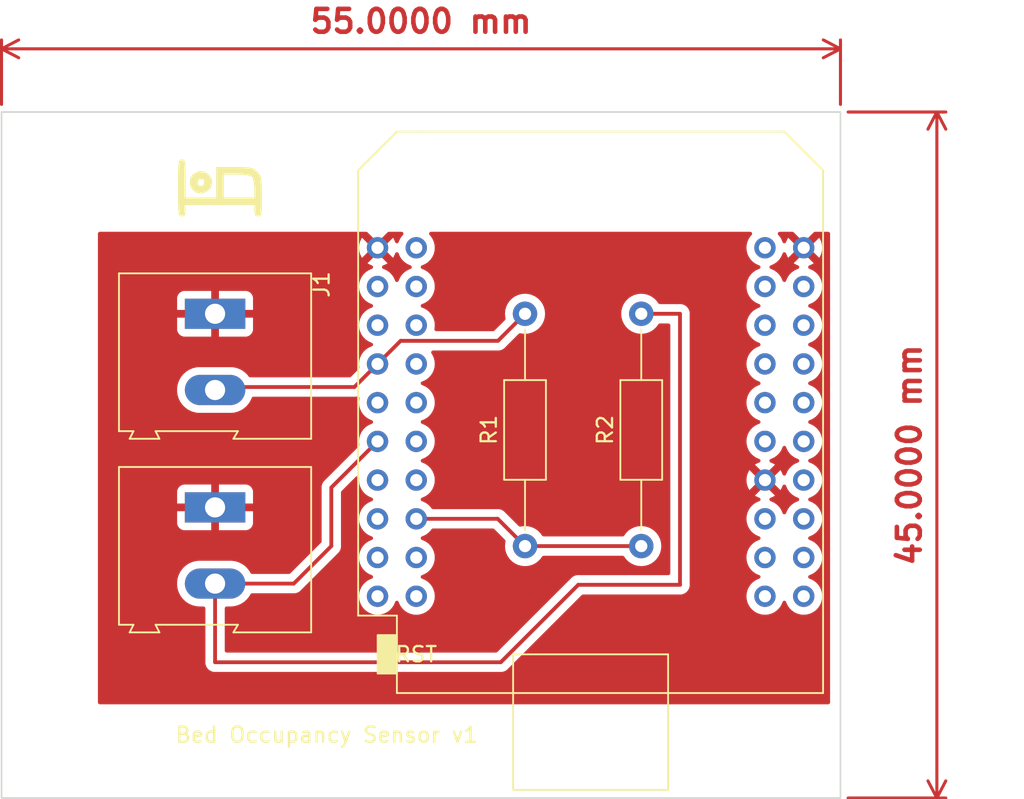
<source format=kicad_pcb>
(kicad_pcb (version 20211014) (generator pcbnew)
  (layers (0 "F.Cu" signal) (31 "B.Cu" signal) (34 "B.Paste" user) (35 "F.Paste" user) (36 "B.SilkS" user "B.Silkscreen") (37 "F.SilkS" user "F.Silkscreen") (38 "B.Mask" user) (39 "F.Mask" user) (44 "Edge.Cuts" user))
  (net 0 "")
  (net 35 "/GND")
  (net 36 "/SIDE_A")
  (net 37 "/SIDE_B")
  (net 38 "/+3V3")
  (footprint "_ADMIN:bed_symbol" (layer "F.Cu") (at 165 90)
    (fp_text reference "G***" hide)
    (fp_text value "LOGO" hide)
    (fp_poly (pts (xy -1.037238 -0.962879) (xy -0.719013 -0.771107) (xy -0.527173 -0.436584) (xy -0.500492 -0.228506) (xy -0.605715 0.134506) (xy -0.871072 0.384814) (xy -1.2211 0.493255) (xy -1.580335 0.430671) (xy -1.794893 0.271675) (xy -1.974749 -0.084499) (xy -1.97141 -0.21399) (xy -1.460531 -0.21399) (xy -1.36927 -0.039581) (xy -1.251231 0) (xy -1.090756 -0.091144) (xy -1.056809 -0.136025) (xy -1.042192 -0.326847) (xy -1.174575 -0.454872) (xy -1.356154 -0.439413) (xy -1.390477 -0.411296) (xy -1.460531 -0.21399) (xy -1.97141 -0.21399) (xy -1.964659 -0.475776) (xy -1.773152 -0.793908) (xy -1.411926 -0.980834)) (layer "F.SilkS") (width 0) (fill solid))
    (fp_poly (pts (xy -2.388566 -1.734551) (xy -2.315654 -1.652837) (xy -2.274668 -1.461287) (xy -2.256548 -1.114607) (xy -2.252237 -0.567504) (xy -2.252217 -0.500492) (xy -2.252217 0.750739) (xy -0.250246 0.750739) (xy 0.250246 0.750739) (xy 2.252217 0.750739) (xy 2.252217 0.150148) (xy 2.222615 -0.236448) (xy 2.147659 -0.526529) (xy 2.102069 -0.600591) (xy 1.895803 -0.682482) (xy 1.508054 -0.735684) (xy 1.101084 -0.750739) (xy 0.250246 -0.750739) (xy 0.250246 0.750739) (xy -0.250246 0.750739) (xy -0.250246 -1.251231) (xy 0.944111 -1.251231) (xy 1.509056 -1.246137) (xy 1.884012 -1.222646) (xy 2.129164 -1.16845) (xy 2.304695 -1.071237) (xy 2.445589 -0.944111) (xy 2.583343 -0.789345) (xy 2.672378 -0.619073) (xy 2.723237 -0.377454) (xy 2.746464 -0.008642) (xy 2.752604 0.543205) (xy 2.75271 0.68249) (xy 2.749597 1.270082) (xy 2.734676 1.651603) (xy 2.699574 1.871203) (xy 2.635918 1.973034) (xy 2.535333 2.001246) (xy 2.502463 2.001971) (xy 2.319291 1.942982) (xy 2.254799 1.723498) (xy 2.252217 1.626601) (xy 2.252217 1.251232) (xy -2.252217 1.251232) (xy -2.252217 1.626601) (xy -2.291542 1.90136) (xy -2.437865 1.998098) (xy -2.502463 2.001971) (xy -2.59864 1.989671) (xy -2.666408 1.927991) (xy -2.710724 1.779755) (xy -2.736544 1.50779) (xy -2.748825 1.07492) (xy -2.752523 0.443972) (xy -2.752709 0.125123) (xy -2.751069 -0.596204) (xy -2.742845 -1.104465) (xy -2.72308 -1.436833) (xy -2.686818 -1.630483) (xy -2.629102 -1.722589) (xy -2.544976 -1.750326) (xy -2.502463 -1.751724)) (layer "F.SilkS") (width 0) (fill solid))
  )
  (footprint "Resistor_THT:R_Axial_DIN0207_L6.3mm_D2.5mm_P15.24mm_Horizontal" (layer "F.Cu") (at 185 113.62 90)
    (fp_text reference "R1" (at 7.62 -2.37 90) (layer "F.SilkS"))
    (fp_text value "1MOhm")
    (fp_line (start 1.04 0) (end 4.35 0) (layer "F.SilkS") (width 0.12))
    (fp_line (start 10.89 1.37) (end 10.89 -1.37) (layer "F.SilkS") (width 0.12))
    (fp_line (start 10.89 -1.37) (end 4.35 -1.37) (layer "F.SilkS") (width 0.12))
    (fp_line (start 14.2 0) (end 10.89 0) (layer "F.SilkS") (width 0.12))
    (fp_line (start 4.35 1.37) (end 10.89 1.37) (layer "F.SilkS") (width 0.12))
    (fp_line (start 4.35 -1.37) (end 4.35 1.37) (layer "F.SilkS") (width 0.12))
    (pad "1" thru_hole circle (at 0 0 90) (size 1.6 1.6) (drill 0.8) (layers *.Cu *.Mask) (net 38 "/+3V3"))
    (pad "2" thru_hole oval (at 15.24 0 90) (size 1.6 1.6) (drill 0.8) (layers *.Cu *.Mask) (net 36 "/SIDE_A"))
  )
  (footprint "Resistor_THT:R_Axial_DIN0207_L6.3mm_D2.5mm_P15.24mm_Horizontal" (layer "F.Cu") (at 192.62 113.62 90)
    (fp_text reference "R2" (at 7.62 -2.37 90) (layer "F.SilkS"))
    (fp_text value "1MOhm")
    (fp_line (start 10.89 1.37) (end 10.89 -1.37) (layer "F.SilkS") (width 0.12))
    (fp_line (start 10.89 -1.37) (end 4.35 -1.37) (layer "F.SilkS") (width 0.12))
    (fp_line (start 4.35 -1.37) (end 4.35 1.37) (layer "F.SilkS") (width 0.12))
    (fp_line (start 4.35 1.37) (end 10.89 1.37) (layer "F.SilkS") (width 0.12))
    (fp_line (start 14.2 0) (end 10.89 0) (layer "F.SilkS") (width 0.12))
    (fp_line (start 1.04 0) (end 4.35 0) (layer "F.SilkS") (width 0.12))
    (pad "1" thru_hole circle (at 0 0 90) (size 1.6 1.6) (drill 0.8) (layers *.Cu *.Mask) (net 38 "/+3V3"))
    (pad "2" thru_hole oval (at 15.24 0 90) (size 1.6 1.6) (drill 0.8) (layers *.Cu *.Mask) (net 37 "/SIDE_B"))
  )
  (footprint "TerminalBlock:TerminalBlock_Altech_AK300-2_P5.00mm" (layer "F.Cu") (at 164.68 98.38 -90)
    (fp_text reference "J1" (at -1.92 -6.99 90) (layer "F.SilkS"))
    (fp_text value "FSR_2")
    (fp_line (start 8.2 5.6) (end 8.2 3.7) (layer "F.SilkS") (width 0.12))
    (fp_line (start 7.7 3.9) (end 7.7 -1.5) (layer "F.SilkS") (width 0.12))
    (fp_line (start 8.2 -1.2) (end 8.2 -6.3) (layer "F.SilkS") (width 0.12))
    (fp_line (start 7.7 -1.5) (end 8.2 -1.2) (layer "F.SilkS") (width 0.12))
    (fp_line (start -2.65 6.3) (end 7.7 6.3) (layer "F.SilkS") (width 0.12))
    (fp_line (start 8.2 -6.3) (end -2.65 -6.3) (layer "F.SilkS") (width 0.12))
    (fp_line (start 8.2 3.65) (end 7.7 3.9) (layer "F.SilkS") (width 0.12))
    (fp_line (start -2.65 -6.3) (end -2.65 6.3) (layer "F.SilkS") (width 0.12))
    (fp_line (start 8.2 3.7) (end 8.2 3.65) (layer "F.SilkS") (width 0.12))
    (fp_line (start 7.7 6.3) (end 7.7 5.35) (layer "F.SilkS") (width 0.12))
    (fp_line (start 7.7 5.35) (end 8.2 5.6) (layer "F.SilkS") (width 0.12))
    (pad "1" thru_hole rect (at 0 0 270) (size 1.98 3.96) (drill 1.32) (layers *.Cu *.Mask) (net 35 "/GND"))
    (pad "2" thru_hole oval (at 5 0 270) (size 1.98 3.96) (drill 1.32) (layers *.Cu *.Mask) (net 36 "/SIDE_A"))
  )
  (footprint "TerminalBlock:TerminalBlock_Altech_AK300-2_P5.00mm" (layer "F.Cu") (at 164.68 111.08 -90)
    (fp_text reference "J2" hide)
    (fp_text value "FSR_1")
    (fp_line (start 7.7 -1.5) (end 8.2 -1.2) (layer "F.SilkS") (width 0.12))
    (fp_line (start 7.7 3.9) (end 7.7 -1.5) (layer "F.SilkS") (width 0.12))
    (fp_line (start -2.65 -6.3) (end -2.65 6.3) (layer "F.SilkS") (width 0.12))
    (fp_line (start 8.2 5.6) (end 8.2 3.7) (layer "F.SilkS") (width 0.12))
    (fp_line (start 8.2 -1.2) (end 8.2 -6.3) (layer "F.SilkS") (width 0.12))
    (fp_line (start 8.2 3.65) (end 7.7 3.9) (layer "F.SilkS") (width 0.12))
    (fp_line (start 7.7 6.3) (end 7.7 5.35) (layer "F.SilkS") (width 0.12))
    (fp_line (start 8.2 3.7) (end 8.2 3.65) (layer "F.SilkS") (width 0.12))
    (fp_line (start -2.65 6.3) (end 7.7 6.3) (layer "F.SilkS") (width 0.12))
    (fp_line (start 8.2 -6.3) (end -2.65 -6.3) (layer "F.SilkS") (width 0.12))
    (fp_line (start 7.7 5.35) (end 8.2 5.6) (layer "F.SilkS") (width 0.12))
    (pad "1" thru_hole rect (at 0 0 270) (size 1.98 3.96) (drill 1.32) (layers *.Cu *.Mask) (net 35 "/GND"))
    (pad "2" thru_hole oval (at 5 0 270) (size 1.98 3.96) (drill 1.32) (layers *.Cu *.Mask) (net 37 "/SIDE_B"))
  )
  (footprint "ESP32_mini:ESP32_mini" (layer "F.Cu") (at 189.3 105.48)
    (fp_text reference "U1" hide)
    (fp_text value "mini_esp32" hide)
    (fp_text user "RST" (at -11.43 15.24) (layer "F.SilkS"))
    (fp_line (start -5.08 17.78) (end -5.08 24.13) (layer "F.SilkS") (width 0.12))
    (fp_line (start 12.7 -19.05) (end -11.43 -19.05) (layer "F.SilkS") (width 0.12))
    (fp_line (start -5.08 24.13) (end 5.08 24.13) (layer "F.SilkS") (width 0.12))
    (fp_line (start 5.08 15.24) (end 5.08 17.78) (layer "F.SilkS") (width 0.12))
    (fp_line (start -12.7 12.7) (end -12.7 17.78) (layer "F.SilkS") (width 0.12))
    (fp_line (start -12.7 -19.05) (end -15.24 -16.51) (layer "F.SilkS") (width 0.12))
    (fp_line (start 12.7 -19.05) (end 15.24 -16.51) (layer "F.SilkS") (width 0.12))
    (fp_line (start -12.7 -19.05) (end -11.43 -19.05) (layer "F.SilkS") (width 0.12))
    (fp_line (start -15.24 -16.51) (end -15.24 12.7) (layer "F.SilkS") (width 0.12))
    (fp_line (start -5.08 17.78) (end -5.08 15.24) (layer "F.SilkS") (width 0.12))
    (fp_line (start -5.08 15.24) (end 5.08 15.24) (layer "F.SilkS") (width 0.12))
    (fp_line (start -12.7 17.78) (end 15.24 17.78) (layer "F.SilkS") (width 0.12))
    (fp_line (start -15.24 12.7) (end -12.7 12.7) (layer "F.SilkS") (width 0.12))
    (fp_line (start 15.24 -16.51) (end 15.24 17.78) (layer "F.SilkS") (width 0.12))
    (fp_line (start 5.08 24.13) (end 5.08 17.78) (layer "F.SilkS") (width 0.12))
    (fp_poly (pts (xy -13.97 16.51) (xy -13.97 13.97) (xy -12.7 13.97) (xy -12.7 16.51)) (layer "F.SilkS") (width 0.1) (fill solid))
    (pad "1" thru_hole circle locked (at -13.97 -11.43 270) (size 1.4 1.4) (drill 0.8) (layers *.Cu *.Mask) (net 35 "/GND"))
    (pad "2" thru_hole circle locked (at -11.43 -11.43 270) (size 1.4 1.4) (drill 0.8) (layers *.Cu *.Mask))
    (pad "3" thru_hole circle locked (at -13.97 -8.89 270) (size 1.4 1.4) (drill 0.8) (layers *.Cu *.Mask))
    (pad "4" thru_hole circle locked (at -11.43 -8.89 270) (size 1.4 1.4) (drill 0.8) (layers *.Cu *.Mask))
    (pad "5" thru_hole circle locked (at -13.97 -6.35 270) (size 1.4 1.4) (drill 0.8) (layers *.Cu *.Mask))
    (pad "6" thru_hole circle locked (at -11.43 -6.35 270) (size 1.4 1.4) (drill 0.8) (layers *.Cu *.Mask))
    (pad "7" thru_hole circle locked (at -13.97 -3.81 270) (size 1.4 1.4) (drill 0.8) (layers *.Cu *.Mask) (net 36 "/SIDE_A"))
    (pad "8" thru_hole circle locked (at -11.43 -3.81 270) (size 1.4 1.4) (drill 0.8) (layers *.Cu *.Mask))
    (pad "9" thru_hole circle locked (at -13.97 -1.27 270) (size 1.4 1.4) (drill 0.8) (layers *.Cu *.Mask))
    (pad "10" thru_hole circle locked (at -11.43 -1.27 270) (size 1.4 1.4) (drill 0.8) (layers *.Cu *.Mask))
    (pad "11" thru_hole circle locked (at -13.97 1.27 270) (size 1.4 1.4) (drill 0.8) (layers *.Cu *.Mask) (net 37 "/SIDE_B"))
    (pad "12" thru_hole circle locked (at -11.43 1.27 270) (size 1.4 1.4) (drill 0.8) (layers *.Cu *.Mask))
    (pad "13" thru_hole circle locked (at -13.97 3.81 270) (size 1.4 1.4) (drill 0.8) (layers *.Cu *.Mask))
    (pad "14" thru_hole circle locked (at -11.43 3.81 270) (size 1.4 1.4) (drill 0.8) (layers *.Cu *.Mask))
    (pad "15" thru_hole circle locked (at -13.97 6.35 270) (size 1.4 1.4) (drill 0.8) (layers *.Cu *.Mask))
    (pad "16" thru_hole circle locked (at -11.43 6.35 270) (size 1.4 1.4) (drill 0.8) (layers *.Cu *.Mask) (net 38 "/+3V3"))
    (pad "17" thru_hole circle locked (at -13.97 8.89 270) (size 1.4 1.4) (drill 0.8) (layers *.Cu *.Mask))
    (pad "18" thru_hole circle locked (at -11.43 8.89 270) (size 1.4 1.4) (drill 0.8) (layers *.Cu *.Mask))
    (pad "19" thru_hole circle locked (at -13.97 11.43 270) (size 1.4 1.4) (drill 0.8) (layers *.Cu *.Mask))
    (pad "20" thru_hole circle locked (at -11.43 11.43 270) (size 1.4 1.4) (drill 0.8) (layers *.Cu *.Mask))
    (pad "21" thru_hole circle locked (at 11.43 -11.43 270) (size 1.4 1.4) (drill 0.8) (layers *.Cu *.Mask))
    (pad "22" thru_hole circle locked (at 13.97 -11.43 270) (size 1.4 1.4) (drill 0.8) (layers *.Cu *.Mask) (net 35 "/GND"))
    (pad "23" thru_hole circle locked (at 11.43 -8.89 270) (size 1.4 1.4) (drill 0.8) (layers *.Cu *.Mask))
    (pad "24" thru_hole circle locked (at 13.97 -8.89 270) (size 1.4 1.4) (drill 0.8) (layers *.Cu *.Mask))
    (pad "25" thru_hole circle locked (at 11.43 -6.35 270) (size 1.4 1.4) (drill 0.8) (layers *.Cu *.Mask))
    (pad "26" thru_hole circle locked (at 13.97 -6.35 270) (size 1.4 1.4) (drill 0.8) (layers *.Cu *.Mask))
    (pad "27" thru_hole circle locked (at 11.43 -3.81 270) (size 1.4 1.4) (drill 0.8) (layers *.Cu *.Mask))
    (pad "28" thru_hole circle locked (at 13.97 -3.81 270) (size 1.4 1.4) (drill 0.8) (layers *.Cu *.Mask))
    (pad "29" thru_hole circle locked (at 11.43 -1.27 270) (size 1.4 1.4) (drill 0.8) (layers *.Cu *.Mask))
    (pad "30" thru_hole circle locked (at 13.97 -1.27 270) (size 1.4 1.4) (drill 0.8) (layers *.Cu *.Mask))
    (pad "31" thru_hole circle locked (at 11.43 1.27 270) (size 1.4 1.4) (drill 0.8) (layers *.Cu *.Mask))
    (pad "32" thru_hole circle locked (at 13.97 1.27 270) (size 1.4 1.4) (drill 0.8) (layers *.Cu *.Mask))
    (pad "33" thru_hole circle locked (at 11.43 3.81 270) (size 1.4 1.4) (drill 0.8) (layers *.Cu *.Mask) (net 35 "/GND"))
    (pad "34" thru_hole circle locked (at 13.97 3.81 270) (size 1.4 1.4) (drill 0.8) (layers *.Cu *.Mask))
    (pad "35" thru_hole circle locked (at 11.43 6.35 270) (size 1.4 1.4) (drill 0.8) (layers *.Cu *.Mask))
    (pad "36" thru_hole circle locked (at 13.97 6.35 270) (size 1.4 1.4) (drill 0.8) (layers *.Cu *.Mask))
    (pad "37" thru_hole circle locked (at 11.43 8.89 270) (size 1.4 1.4) (drill 0.8) (layers *.Cu *.Mask))
    (pad "38" thru_hole circle locked (at 13.97 8.89 270) (size 1.4 1.4) (drill 0.8) (layers *.Cu *.Mask))
    (pad "39" thru_hole circle locked (at 11.43 11.43 270) (size 1.4 1.4) (drill 0.8) (layers *.Cu *.Mask))
    (pad "40" thru_hole circle locked (at 13.97 11.43 270) (size 1.4 1.4) (drill 0.8) (layers *.Cu *.Mask))
  )
  (gr_rect (start 205.68 85.145) (end 150.68 130.145) (layer "Edge.Cuts") (width 0.1) (fill none))
  (gr_rect (start 152.02 128.525) (end 152.02 128.525) (layer "Edge.Cuts") (width 0.1) (fill none))
  (gr_text "Bed Occupancy Sensor v1" (at 172 126) (layer "F.SilkS") (effects (font (size 1 1))))
  (dimension (type aligned) (layer "F.Cu") (pts (xy 205.68 85.145) (xy 205.68 130.145)) (height -6.32) (gr_text "45,0000 mm" (at 210.2 107.645 90) (layer "F.Cu") (effects (font (size 1.5 1.5) (thickness 0.3)))) (format (units 3) (units_format 1) (precision 4)) (style (thickness 0.2) (arrow_length 1.27) (text_position_mode 0) (extension_height 0.58642) (extension_offset 0.5) keep_text_aligned))
  (dimension (type aligned) (layer "F.Cu") (pts (xy 150.68 85.145) (xy 205.68 85.145)) (height -4.145) (gr_text "55,0000 mm" (at 178.18 79.2) (layer "F.Cu") (effects (font (size 1.5 1.5) (thickness 0.3)))) (format (units 3) (units_format 1) (precision 4)) (style (thickness 0.2) (arrow_length 1.27) (text_position_mode 0) (extension_height 0.58642) (extension_offset 0.5) keep_text_aligned))
  (segment (start 173.815 103.185) (end 175.33 101.67) (width 0.25) (layer "F.Cu") (net 36))
  (segment (start 183.225 100.155) (end 185 98.38) (width 0.25) (layer "F.Cu") (net 36))
  (segment (start 164.875 103.185) (end 173.815 103.185) (width 0.25) (layer "F.Cu") (net 36))
  (segment (start 176.845 100.155) (end 183.225 100.155) (width 0.25) (layer "F.Cu") (net 36))
  (segment (start 164.68 103.38) (end 164.875 103.185) (width 0.25) (layer "F.Cu") (net 36))
  (segment (start 175.33 101.67) (end 176.845 100.155) (width 0.25) (layer "F.Cu") (net 36))
  (segment (start 172.3 113.62) (end 172.3 109.78) (width 0.25) (layer "F.Cu") (net 37))
  (segment (start 195.16 98.38) (end 192.62 98.38) (width 0.25) (layer "F.Cu") (net 37))
  (segment (start 188.489009 116.16) (end 183.409009 121.24) (width 0.25) (layer "F.Cu") (net 37))
  (segment (start 169.84 116.08) (end 172.3 113.62) (width 0.25) (layer "F.Cu") (net 37))
  (segment (start 164.68 121.24) (end 164.68 116.08) (width 0.25) (layer "F.Cu") (net 37))
  (segment (start 195.16 116.16) (end 188.489009 116.16) (width 0.25) (layer "F.Cu") (net 37))
  (segment (start 183.409009 121.24) (end 164.68 121.24) (width 0.25) (layer "F.Cu") (net 37))
  (segment (start 164.68 116.08) (end 169.84 116.08) (width 0.25) (layer "F.Cu") (net 37))
  (segment (start 172.3 109.78) (end 175.33 106.75) (width 0.25) (layer "F.Cu") (net 37))
  (segment (start 195.16 116.16) (end 195.16 98.38) (width 0.25) (layer "F.Cu") (net 37))
  (segment (start 183.21 111.83) (end 185 113.62) (width 0.25) (layer "F.Cu") (net 38))
  (segment (start 177.87 111.83) (end 183.21 111.83) (width 0.25) (layer "F.Cu") (net 38))
  (segment (start 192.62 113.62) (end 185 113.62) (width 0.25) (layer "F.Cu") (net 38))
  (zone (net 35) (net_name "/GND") (layer "F.Cu") (connect_pads (clearance 0.508)) (min_thickness 0.254) (fill yes (thermal_gap 0.508) (thermal_bridge_width 0.508))
    (polygon (pts (xy 205 124) (xy 157 124) (xy 157 93) (xy 205 93)))
  )
)
</source>
